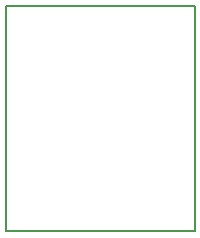
<source format=gm1>
G04 #@! TF.GenerationSoftware,KiCad,Pcbnew,(5.0.0)*
G04 #@! TF.CreationDate,2018-11-14T19:12:12+05:30*
G04 #@! TF.ProjectId,OPSUnit,4F5053556E69742E6B696361645F7063,rev?*
G04 #@! TF.SameCoordinates,Original*
G04 #@! TF.FileFunction,Profile,NP*
%FSLAX46Y46*%
G04 Gerber Fmt 4.6, Leading zero omitted, Abs format (unit mm)*
G04 Created by KiCad (PCBNEW (5.0.0)) date 11/14/18 19:12:12*
%MOMM*%
%LPD*%
G01*
G04 APERTURE LIST*
%ADD10C,0.150000*%
G04 APERTURE END LIST*
D10*
X143050000Y-111420000D02*
X143812000Y-111420000D01*
X143050000Y-130470000D02*
X143050000Y-111420000D01*
X159052000Y-130470000D02*
X143050000Y-130470000D01*
X159052000Y-129708000D02*
X159052000Y-130470000D01*
X159052000Y-111420000D02*
X159052000Y-129708000D01*
X157528000Y-111420000D02*
X159052000Y-111420000D01*
X143812000Y-111420000D02*
X157528000Y-111420000D01*
M02*

</source>
